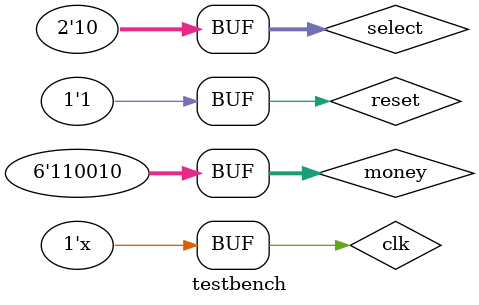
<source format=v>

module testbench ();
 reg clk;
 reg  reset;
 reg [1:0] select ;
 reg [5:0] money;
 
 
 wire Chocolate, icecream, cold_drink;
 wire [5:0] balance;
 
 always #30 clk = ~clk ;
 
vending_machine vm(clk, reset, select, money, balance, Chocolate, icecream, cold_drink);

 initial begin
  clk = 0;
  reset = 1;
   
   #25 money = 6'd10; select = 2'b00 ;
   #1 reset = 1;
   #70 money = 6'd20 ; select = 2'b01 ;
   #125 money = 6'd50 ; select = 2'b10 ;
   #175 money = 6'd10 ; select = 2'b00 ; 
   #225 money = 6'd20 ; select = 2'b01 ;
   #275  money = 6'd50 ; select = 2'b10 ;
   
 end 
  
endmodule

</source>
